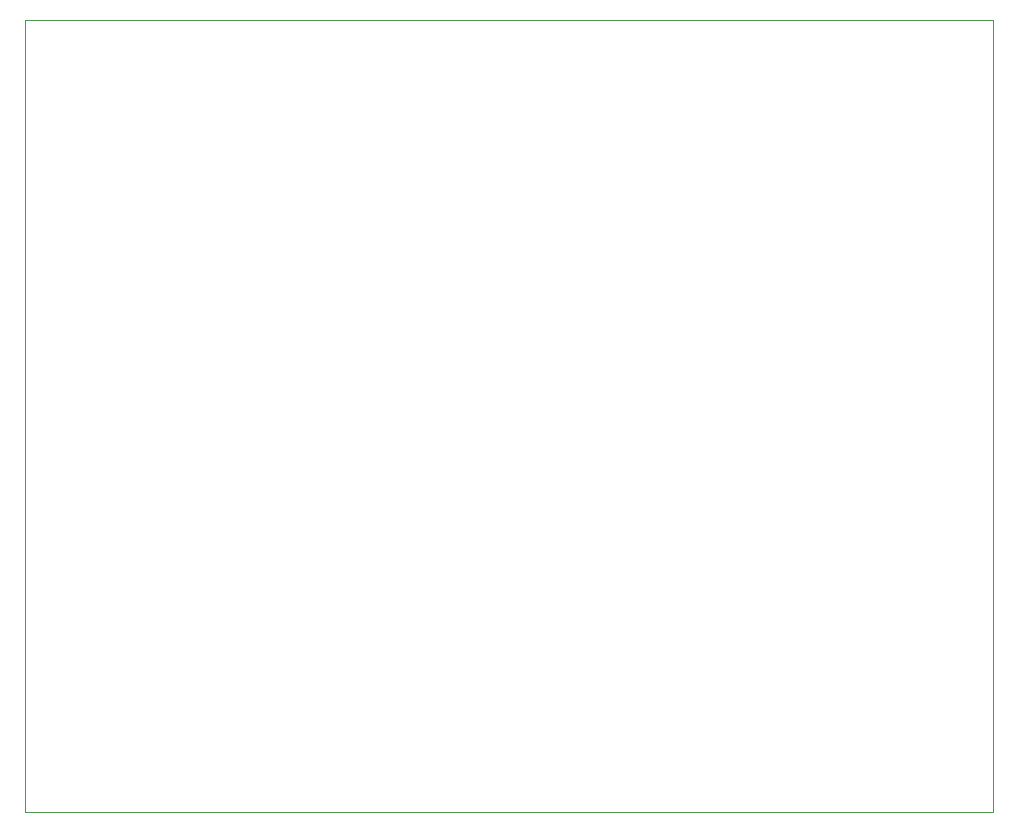
<source format=gm1>
G04 #@! TF.GenerationSoftware,KiCad,Pcbnew,8.0.2*
G04 #@! TF.CreationDate,2024-07-01T07:58:37+02:00*
G04 #@! TF.ProjectId,energiRegistrationForHA,656e6572-6769-4526-9567-697374726174,0*
G04 #@! TF.SameCoordinates,Original*
G04 #@! TF.FileFunction,Profile,NP*
%FSLAX46Y46*%
G04 Gerber Fmt 4.6, Leading zero omitted, Abs format (unit mm)*
G04 Created by KiCad (PCBNEW 8.0.2) date 2024-07-01 07:58:37*
%MOMM*%
%LPD*%
G01*
G04 APERTURE LIST*
G04 #@! TA.AperFunction,Profile*
%ADD10C,0.100000*%
G04 #@! TD*
G04 APERTURE END LIST*
D10*
X20000000Y-20000000D02*
X102000000Y-20000000D01*
X102000000Y-87000000D01*
X20000000Y-87000000D01*
X20000000Y-20000000D01*
M02*

</source>
